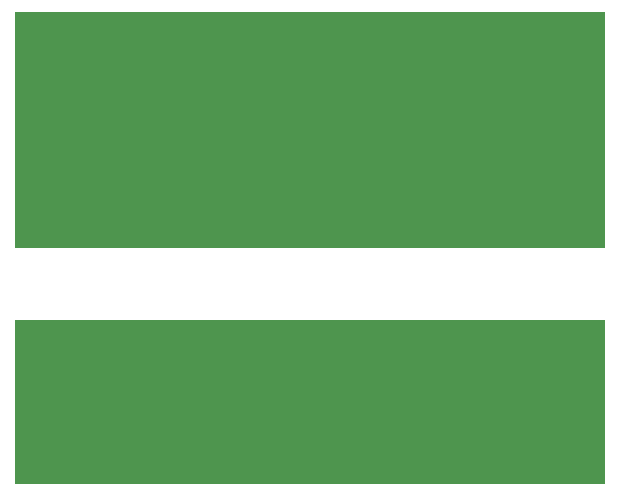
<source format=gbr>
G04 ===== Begin FILE IDENTIFICATION =====*
G04 File Format:  Gerber RS274X*
G04 ===== End FILE IDENTIFICATION =====*
%FSLAX24Y24*%
%MOMM*%
%SFA1.0000B1.0000*%
%OFA0.0B0.0*%
%ADD14R,50.000000X14.000000*%
%ADD15R,50.000000X20.000000*%
%LNcond2*%
%IPPOS*%
%LPD*%
G75*
D14*
X0Y-130000D03*
D15*
X0Y100000D03*
M02*


</source>
